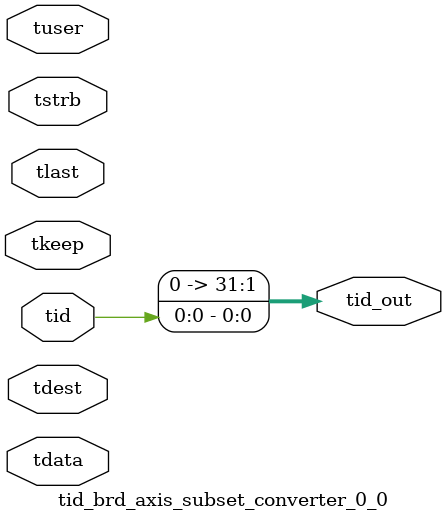
<source format=v>


`timescale 1ps/1ps

module tid_brd_axis_subset_converter_0_0 #
(
parameter C_S_AXIS_TID_WIDTH   = 1,
parameter C_S_AXIS_TUSER_WIDTH = 0,
parameter C_S_AXIS_TDATA_WIDTH = 0,
parameter C_S_AXIS_TDEST_WIDTH = 0,
parameter C_M_AXIS_TID_WIDTH   = 32
)
(
input  [(C_S_AXIS_TID_WIDTH   == 0 ? 1 : C_S_AXIS_TID_WIDTH)-1:0       ] tid,
input  [(C_S_AXIS_TDATA_WIDTH == 0 ? 1 : C_S_AXIS_TDATA_WIDTH)-1:0     ] tdata,
input  [(C_S_AXIS_TUSER_WIDTH == 0 ? 1 : C_S_AXIS_TUSER_WIDTH)-1:0     ] tuser,
input  [(C_S_AXIS_TDEST_WIDTH == 0 ? 1 : C_S_AXIS_TDEST_WIDTH)-1:0     ] tdest,
input  [(C_S_AXIS_TDATA_WIDTH/8)-1:0 ] tkeep,
input  [(C_S_AXIS_TDATA_WIDTH/8)-1:0 ] tstrb,
input                                                                    tlast,
output [(C_M_AXIS_TID_WIDTH   == 0 ? 1 : C_M_AXIS_TID_WIDTH)-1:0       ] tid_out
);

assign tid_out = {tid[0:0]};

endmodule


</source>
